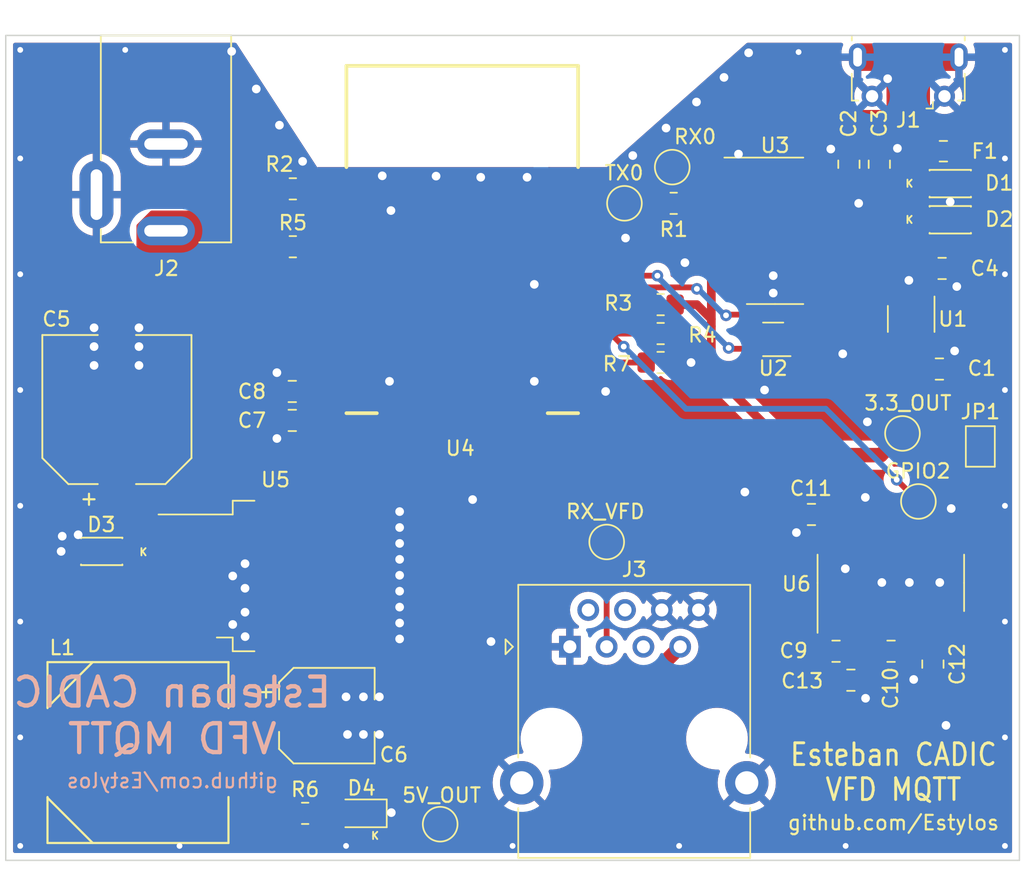
<source format=kicad_pcb>
(kicad_pcb (version 20211014) (generator pcbnew)
  (title_block (title "VFD MQTT") (date "05-09-2022") (rev "1") (company "Esteban CADIC"))
  (layers (0 "F.Cu" signal) (31 "B.Cu" signal) (34 "B.Paste" user) (35 "F.Paste" user) (36 "B.SilkS" user "B.Silkscreen") (37 "F.SilkS" user "F.Silkscreen") (38 "B.Mask" user) (39 "F.Mask" user) (44 "Edge.Cuts" user))
  (net 0 "")
  (net 1 "+3.3V")
  (net 2 "GND")
  (net 3 "Net-(C4-Pad1)")
  (net 4 "+12V")
  (net 5 "+5V")
  (net 6 "Net-(C9-Pad1)")
  (net 7 "Net-(C9-Pad2)")
  (net 8 "Net-(C10-Pad1)")
  (net 9 "Net-(C10-Pad2)")
  (net 10 "Net-(C12-Pad1)")
  (net 11 "Net-(C13-Pad1)")
  (net 12 "Net-(D1-Pad2)")
  (net 13 "Net-(D3-Pad1)")
  (net 14 "Net-(D4-Pad2)")
  (net 15 "VBUS")
  (net 16 "/D-")
  (net 17 "/D+")
  (net 20 "/RX_VFD")
  (net 23 "/TX0")
  (net 24 "Net-(R1-Pad2)")
  (net 25 "/RST")
  (net 26 "/GPIO0")
  (net 27 "/GPIO2")
  (net 28 "Net-(R5-Pad2)")
  (net 29 "/GPIO15")
  (net 30 "/RX0")
  (net 32 "/RTS")
  (net 33 "/DTR")
  (net 60 "Net-(D2-Pad2)")
  (footprint "PRJ_VFD-MQTT:LED_0805_2012Metric_Pad1.15x1.40mm_HandSolder" (layer "F.Cu") (at 44.45 73.75 180)
    (fp_text reference "D4")
    (fp_text value "LED")
  )
  (footprint "PRJ_VFD-MQTT:C_0805_2012Metric_Pad1.18x1.45mm_HandSolder" (layer "F.Cu") (at 75.6375 53.1 180)
    (fp_text reference "C11")
    (fp_text value "0.1u")
  )
  (footprint "PRJ_VFD-MQTT:ESP-12F" (layer "F.Cu") (at 43.525 46.1)
    (property "Reference" "U")
    (property "Value" "ESP-12F")
    (fp_text reference "U4")
    (fp_text value "ESP-12F")
  )
  (footprint "PRJ_VFD-MQTT:SOD-123FL" (layer "F.Cu") (at 85.225 32.7375)
    (property "Reference" "D")
    (property "Value" "D")
    (fp_text reference "D2")
    (fp_text value "D")
  )
  (footprint "PRJ_VFD-MQTT:Fuse_0805_2012Metric_Pad1.15x1.40mm_HandSolder" (layer "F.Cu") (at 84.75 28)
    (property "Reference" "F")
    (property "Value" "Fuse")
    (fp_text reference "F1")
    (fp_text value "0.5A")
  )
  (footprint "PRJ_VFD-MQTT:SOD-123FL" (layer "F.Cu") (at 26.625 55.65 180)
    (fp_text reference "D3")
    (fp_text value "SK32WA")
  )
  (footprint "PRJ_VFD-MQTT:TestPoint_Pad_D2.0mm" (layer "F.Cu") (at 50 74.5)
    (fp_text reference "TP5" hide)
    (fp_text value "5V_OUT")
  )
  (footprint "PRJ_VFD-MQTT:C_0805_2012Metric_Pad1.18x1.45mm_HandSolder" (layer "F.Cu") (at 39.7875 46.6 180)
    (property "Reference" "C")
    (property "Value" "C")
    (fp_text reference "C7")
    (fp_text value "10u")
  )
  (footprint "PRJ_VFD-MQTT:TestPoint_Pad_D2.0mm" (layer "F.Cu") (at 66.025 29.1)
    (fp_text reference "TP2" hide)
    (fp_text value "RX0")
  )
  (footprint "PRJ_VFD-MQTT:R_0805_2012Metric_Pad1.20x1.40mm_HandSolder" (layer "F.Cu") (at 65.225 42.6 180)
    (property "Reference" "R")
    (property "Value" "R")
    (fp_text reference "R7")
    (fp_text value "10k")
  )
  (footprint "PRJ_VFD-MQTT:R_0805_2012Metric_Pad1.20x1.40mm_HandSolder" (layer "F.Cu") (at 40.675 73.75)
    (fp_text reference "R6")
    (fp_text value "470")
  )
  (footprint "PRJ_VFD-MQTT:C_0805_2012Metric_Pad1.18x1.45mm_HandSolder" (layer "F.Cu") (at 84.6625 36.1)
    (property "Reference" "C")
    (property "Value" "C")
    (fp_text reference "C4")
    (fp_text value "1u")
  )
  (footprint "PRJ_VFD-MQTT:C_0805_2012Metric_Pad1.18x1.45mm_HandSolder" (layer "F.Cu") (at 78.3625 64.55)
    (fp_text reference "C13")
    (fp_text value "0.1u")
  )
  (footprint "PRJ_VFD-MQTT:NINIGI_DC-005" (layer "F.Cu") (at 31.065 31 -90)
    (fp_text reference "J2")
    (fp_text value "DC-005")
  )
  (footprint "PRJ_VFD-MQTT:SOP-16_3.9x9.9mm_P1.27mm" (layer "F.Cu") (at 73.125 33.5)
    (property "Reference" "U")
    (property "Value" "CH340C")
    (fp_text reference "U3")
    (fp_text value "CH340C")
  )
  (footprint "PRJ_VFD-MQTT:R_0805_2012Metric_Pad1.20x1.40mm_HandSolder" (layer "F.Cu") (at 65.225 38.6)
    (property "Reference" "R")
    (property "Value" "R")
    (fp_text reference "R3")
    (fp_text value "10k")
  )
  (footprint "PRJ_VFD-MQTT:TestPoint_Pad_D2.0mm" (layer "F.Cu") (at 61.5 55)
    (fp_text reference "TP6" hide)
    (fp_text value "RX_VFD")
  )
  (footprint "PRJ_VFD-MQTT:C_0805_2012Metric_Pad1.18x1.45mm_HandSolder" (layer "F.Cu") (at 39.7875 44.6)
    (property "Reference" "C")
    (property "Value" "C")
    (fp_text reference "C8")
    (fp_text value "0.1u")
  )
  (footprint "PRJ_VFD-MQTT:C_0805_2012Metric_Pad1.18x1.45mm_HandSolder" (layer "F.Cu") (at 80.325 28.9 90)
    (property "Reference" "C")
    (property "Value" "C")
    (fp_text reference "C3")
    (fp_text value "10u")
  )
  (footprint "PRJ_VFD-MQTT:R_0805_2012Metric_Pad1.20x1.40mm_HandSolder" (layer "F.Cu") (at 39.825 30.6)
    (property "Reference" "R")
    (property "Value" "R")
    (fp_text reference "R2")
    (fp_text value "10k")
  )
  (footprint "PRJ_VFD-MQTT:R_0805_2012Metric_Pad1.20x1.40mm_HandSolder" (layer "F.Cu") (at 66.125 31.6)
    (property "Reference" "R")
    (property "Value" "R")
    (fp_text reference "R1")
    (fp_text value "470")
  )
  (footprint "PRJ_VFD-MQTT:SOD-123FL" (layer "F.Cu") (at 85.225 30.2375)
    (property "Reference" "D")
    (property "Value" "D")
    (fp_text reference "D1")
    (fp_text value "D")
  )
  (footprint "PRJ_VFD-MQTT:CAP_EEEFP1V331AP_G" (layer "F.Cu") (at 27.675 45.85 90)
    (fp_text reference "C5")
    (fp_text value "330u_35V_ESR")
  )
  (footprint "PRJ_VFD-MQTT:USB_Micro-B_Molex-105017-0001" (layer "F.Cu") (at 82.325 22.7375 180)
    (property "Reference" "J")
    (property "Value" "USB_B_Micro")
    (fp_text reference "J1")
    (fp_text value "USB_B_Micro")
  )
  (footprint "PRJ_VFD-MQTT:TestPoint_Pad_D2.0mm" (layer "F.Cu") (at 81.925 47.5)
    (fp_text reference "TP1" hide)
    (fp_text value "3.3_OUT")
  )
  (footprint "PRJ_VFD-MQTT:SOT-23-5_HandSoldering" (layer "F.Cu") (at 82.525 39.5875 -90)
    (property "Reference" "U")
    (property "Value" "ME6211C33M5G")
    (fp_text reference "U1")
    (fp_text value "ME6211C33M5G")
  )
  (footprint "PRJ_VFD-MQTT:C_0805_2012Metric_Pad1.18x1.45mm_HandSolder" (layer "F.Cu") (at 81.1375 62.55 180)
    (fp_text reference "C10")
    (fp_text value "0.1u")
  )
  (footprint "PRJ_VFD-MQTT:SOT-363_SC-70-6_Handsoldering" (layer "F.Cu") (at 72.995 41 180)
    (property "Reference" "U")
    (property "Value" "UMH3NTN")
    (fp_text reference "U2")
    (fp_text value "UMH3NTN")
  )
  (footprint "PRJ_VFD-MQTT:C_0805_2012Metric_Pad1.18x1.45mm_HandSolder" (layer "F.Cu") (at 84.025 63.4375 -90)
    (fp_text reference "C12")
    (fp_text value "0.1u")
  )
  (footprint "PRJ_VFD-MQTT:TestPoint_Pad_D2.0mm" (layer "F.Cu") (at 83.025 52.2)
    (fp_text reference "TP4" hide)
    (fp_text value "GPIO2")
  )
  (footprint "PRJ_VFD-MQTT:SOIC-16_3.9x9.9mm_P1.27mm" (layer "F.Cu") (at 81.12 57.825 90)
    (fp_text reference "U6")
    (fp_text value "MAX3232")
  )
  (footprint "PRJ_VFD-MQTT:RJ45_Ninigi_GE" (layer "F.Cu") (at 69.115 72.4 180)
    (fp_text reference "J3")
    (fp_text value "RJ45_Shielded")
  )
  (footprint "PRJ_VFD-MQTT:R_0805_2012Metric_Pad1.20x1.40mm_HandSolder" (layer "F.Cu") (at 39.825 34.6)
    (property "Reference" "R")
    (property "Value" "R")
    (fp_text reference "R5")
    (fp_text value "10k")
  )
  (footprint "PRJ_VFD-MQTT:C_0805_2012Metric_Pad1.18x1.45mm_HandSolder" (layer "F.Cu") (at 84.475 43.05)
    (property "Reference" "C")
    (property "Value" "C")
    (fp_text reference "C1")
    (fp_text value "1u")
  )
  (footprint "PRJ_VFD-MQTT:TO-263-5_TabPin3" (layer "F.Cu") (at 38.625 57.35)
    (fp_text reference "U5")
    (fp_text value "LM2596S-5")
  )
  (footprint "PRJ_VFD-MQTT:CAP_EEHZK1V101XP_D8" (layer "F.Cu") (at 42.175 67)
    (fp_text reference "C6")
    (fp_text value "100u_35V_ESR")
  )
  (footprint "PRJ_VFD-MQTT:L_SCDS124T-680M-N" (layer "F.Cu") (at 29.1313 69.55)
    (fp_text reference "L1")
    (fp_text value "68u")
  )
  (footprint "PRJ_VFD-MQTT:TestPoint_Pad_D2.0mm" (layer "F.Cu") (at 62.725 31.6)
    (fp_text reference "TP3" hide)
    (fp_text value "TX0")
  )
  (footprint "PRJ_VFD-MQTT:R_0805_2012Metric_Pad1.20x1.40mm_HandSolder" (layer "F.Cu") (at 65.225 40.6)
    (property "Reference" "R")
    (property "Value" "R")
    (fp_text reference "R4")
    (fp_text value "10k")
  )
  (footprint "PRJ_VFD-MQTT:C_0805_2012Metric_Pad1.18x1.45mm_HandSolder" (layer "F.Cu") (at 78.225 28.9 90)
    (property "Reference" "C")
    (property "Value" "C")
    (fp_text reference "C2")
    (fp_text value "0.1u")
  )
  (footprint "PRJ_VFD-MQTT:C_0805_2012Metric_Pad1.18x1.45mm_HandSolder" (layer "F.Cu") (at 77.3375 62.55)
    (fp_text reference "C9")
    (fp_text value "0.1u")
  )
  (footprint "PRJ_VFD-MQTT:SolderJumper-2_P1.3mm_Open_Pad1.0x1.5mm" (layer "F.Cu") (at 87.3 48.4 90)
    (fp_text reference "JP1")
    (fp_text value "5V_JUMPER")
  )
  (gr_rect (start 20 20) (end 90 77) (layer "Edge.Cuts") (width 0.1) (fill none))
  (gr_text "github.com/Estylos" (at 31.5 71.5) (layer "B.SilkS") (effects (font (size 1 1)) (justify mirror)))
  (gr_text "Esteban CADIC\nVFD MQTT" (at 31.5 67) (layer "B.SilkS") (effects (font (size 2 2) (thickness 0.3)) (justify mirror)))
  (gr_text "github.com/Estylos" (at 81.3 74.4) (layer "F.SilkS") (effects (font (size 1 1))))
  (gr_text "Esteban CADIC\nVFD MQTT" (at 81.3 70.9) (layer "F.SilkS") (effects (font (size 1.5 1.3) (thickness 0.2))))
  (segment (start 83.4375 45.9875) (end 81.925 47.5) (width 1) (layer "F.Cu") (net 1))
  (segment (start 74.725 49) (end 74.525 49) (width 0.6) (layer "F.Cu") (net 1))
  (segment (start 40.825 46.6) (end 40.825 44.6) (width 1) (layer "F.Cu") (net 1))
  (segment (start 83.475 40.9375) (end 83.475 43.0125) (width 1) (layer "F.Cu") (net 1))
  (segment (start 37.375 36.05) (end 37.375 36.1) (width 0.6) (layer "F.Cu") (net 1))
  (segment (start 67.524 40.6) (end 68.7245 41.8005) (width 0.6) (layer "F.Cu") (net 1))
  (segment (start 37.375 48.115) (end 37.375 36.1) (width 0.6) (layer "F.Cu") (net 1))
  (segment (start 68.7245 40.0995) (end 68.7245 33.6005) (width 0.6) (layer "F.Cu") (net 1))
  (segment (start 79.925 42.55) (end 79.925 35.85) (width 1) (layer "F.Cu") (net 1))
  (segment (start 66.225 38.6) (end 67.7245 38.6) (width 0.6) (layer "F.Cu") (net 1))
  (segment (start 78.225 29.9375) (end 77.7075 29.9375) (width 1) (layer "F.Cu") (net 1))
  (segment (start 76.675 52.2) (end 76.675 53.1) (width 1) (layer "F.Cu") (net 1))
  (segment (start 69.46 32.865) (end 70.625 32.865) (width 0.6) (layer "F.Cu") (net 1))
  (segment (start 80.425 43.05) (end 79.925 42.55) (width 1) (layer "F.Cu") (net 1))
  (segment (start 83.4375 43.05) (end 83.4375 45.9875) (width 1) (layer "F.Cu") (net 1))
  (segment (start 73.525 49.05) (end 76.675 52.2) (width 1) (layer "F.Cu") (net 1))
  (segment (start 83.475 43.0125) (end 83.4375 43.05) (width 1) (layer "F.Cu") (net 1))
  (segment (start 68.7245 43.1995) (end 68.7245 41.8005) (width 0.6) (layer "F.Cu") (net 1))
  (segment (start 80.425 49) (end 81.925 47.5) (width 1) (layer "F.Cu") (net 1))
  (segment (start 66.225 40.6) (end 67.524 40.6) (width 0.6) (layer "F.Cu") (net 1))
  (segment (start 74.725 49) (end 80.425 49) (width 1) (layer "F.Cu") (net 1))
  (segment (start 77.7075 29.9375) (end 76.825 29.055) (width 1) (layer "F.Cu") (net 1))
  (segment (start 76.675 53.1) (end 76.675 55.35) (width 1) (layer "F.Cu") (net 1))
  (segment (start 74.725 49) (end 65.775 49) (width 1) (layer "F.Cu") (net 1))
  (segment (start 43.225 49) (end 38.26 49) (width 0.6) (layer "F.Cu") (net 1))
  (segment (start 65.775 49) (end 43.225 49) (width 1) (layer "F.Cu") (net 1))
  (segment (start 80.325 35.45) (end 80.325 29.9375) (width 1) (layer "F.Cu") (net 1))
  (segment (start 38.26 49) (end 37.375 48.115) (width 0.6) (layer "F.Cu") (net 1))
  (segment (start 67.7245 38.6) (end 68.7245 39.6) (width 0.6) (layer "F.Cu") (net 1))
  (segment (start 68.7245 33.6005) (end 69.46 32.865) (width 0.6) (layer "F.Cu") (net 1))
  (segment (start 38.825 34.6) (end 37.375 36.05) (width 0.6) (layer "F.Cu") (net 1))
  (segment (start 83.4375 43.05) (end 80.425 43.05) (width 1) (layer "F.Cu") (net 1))
  (segment (start 43.225 49) (end 40.825 46.6) (width 1) (layer "F.Cu") (net 1))
  (segment (start 37.375 32.05) (end 38.825 30.6) (width 0.6) (layer "F.Cu") (net 1))
  (segment (start 74.525 49) (end 68.7245 43.1995) (width 0.6) (layer "F.Cu") (net 1))
  (segment (start 40.825 44.6) (end 43.675 44.6) (width 1) (layer "F.Cu") (net 1))
  (segment (start 80.325 29.9375) (end 78.225 29.9375) (width 1) (layer "F.Cu") (net 1))
  (segment (start 37.375 36.1) (end 37.375 32.05) (width 0.6) (layer "F.Cu") (net 1))
  (segment (start 79.925 35.85) (end 80.325 35.45) (width 1) (layer "F.Cu") (net 1))
  (segment (start 76.825 29.055) (end 75.625 29.055) (width 1) (layer "F.Cu") (net 1))
  (segment (start 68.7245 41.8005) (end 68.7245 40.0995) (width 0.6) (layer "F.Cu") (net 1))
  (segment (start 27.675 41.5) (end 27.675 39.975) (width 0.4) (layer "F.Cu") (net 2))
  (segment (start 47.15 57.35) (end 47.2 57.3) (width 1) (layer "F.Cu") (net 2))
  (segment (start 27.9 41.5) (end 29.2 40.2) (width 0.4) (layer "F.Cu") (net 2))
  (segment (start 46.575 73.75) (end 46.625 73.7) (width 1) (layer "F.Cu") (net 2))
  (segment (start 44.675 67) (end 44.675 66.825) (width 0.4) (layer "F.Cu") (net 2))
  (segment (start 27.675 41.5) (end 29.2 41.5) (width 0.4) (layer "F.Cu") (net 2))
  (segment (start 47.2 56.2) (end 43.15 56.2) (width 0.4) (layer "F.Cu") (net 2))
  (segment (start 81.575 27.8) (end 81.5125 27.8625) (width 1) (layer "F.Cu") (net 2))
  (segment (start 82.367003 36.923365) (end 82.525 37.081362) (width 0.6) (layer "F.Cu") (net 2))
  (segment (start 44.675 67.175) (end 45.8 68.3) (width 0.4) (layer "F.Cu") (net 2))
  (segment (start 85.675 37.35) (end 85.7 37.325) (width 0.6) (layer "F.Cu") (net 2))
  (segment (start 38.75 43.325) (end 38.725 43.3) (width 1) (layer "F.Cu") (net 2))
  (segment (start 38.725 47.85) (end 38.75 47.825) (width 1) (layer "F.Cu") (net 2))
  (segment (start 47.2 60.6) (end 45.25 60.6) (width 0.4) (layer "F.Cu") (net 2))
  (segment (start 44.675 67) (end 44.675 68.275) (width 0.4) (layer "F.Cu") (net 2))
  (segment (start 25 54.5) (end 25 55.625) (width 0.4) (layer "F.Cu") (net 2))
  (segment (start 47.2 58.4) (end 43.05 58.4) (width 0.4) (layer "F.Cu") (net 2))
  (segment (start 46.45 52.9) (end 42 57.35) (width 0.4) (layer "F.Cu") (net 2))
  (segment (start 42 57.35) (end 47.15 57.35) (width 1) (layer "F.Cu") (net 2))
  (segment (start 85.5125 41.8125) (end 85.525 41.8) (width 1) (layer "F.Cu") (net 2))
  (segment (start 79.4 65.775) (end 79.375 65.8) (width 0.6) (layer "F.Cu") (net 2))
  (segment (start 70.6 29.03) (end 70.625 29.055) (width 1) (layer "F.Cu") (net 2))
  (segment (start 44.25 55.1) (end 42 57.35) (width 0.4) (layer "F.Cu") (net 2))
  (segment (start 45.35 54) (end 42 57.35) (width 0.4) (layer "F.Cu") (net 2))
  (segment (start 46.35 61.7) (end 42 57.35) (width 0.4) (layer "F.Cu") (net 2))
  (segment (start 25 55.625) (end 25.025 55.65) (width 0.4) (layer "F.Cu") (net 2))
  (segment (start 44.675 67) (end 44.675 67.225) (width 0.4) (layer "F.Cu") (net 2))
  (segment (start 77.945 56.82) (end 77.975 56.85) (width 1) (layer "F.Cu") (net 2))
  (segment (start 81.025 23.115) (end 80.9 22.99) (width 0.4) (layer "F.Cu") (net 2))
  (segment (start 76.975 27.8505) (end 78.213 27.8505) (width 1) (layer "F.Cu") (net 2))
  (segment (start 45.25 60.6) (end 42 57.35) (width 0.4) (layer "F.Cu") (net 2))
  (segment (start 79.4 64.55) (end 79.4 65.775) (width 0.6) (layer "F.Cu") (net 2))
  (segment (start 70.6 28.2) (end 70.6 29.03) (width 1) (layer "F.Cu") (net 2))
  (segment (start 44.675 66.875) (end 43.5 65.7) (width 0.4) (layer "F.Cu") (net 2))
  (segment (start 85.7 37.325) (end 85.7 36.1) (width 0.6) (layer "F.Cu") (net 2))
  (segment (start 27.675 41.5) (end 27.9 41.5) (width 0.4) (layer "F.Cu") (net 2))
  (segment (start 43.15 56.2) (end 42 57.35) (width 0.4) (layer "F.Cu") (net 2))
  (segment (start 74.6 53.1) (end 74.6 54.35) (width 1) (layer "F.Cu") (net 2))
  (segment (start 27.675 40.075) (end 27.675 41.5) (width 0.4) (layer "F.Cu") (net 2))
  (segment (start 82.525 37.081362) (end 82.525 38.2375) (width 0.6) (layer "F.Cu") (net 2))
  (segment (start 29.2 42.8) (end 27.9 41.5) (width 0.4) (layer "F.Cu") (net 2))
  (segment (start 23.9 54.6) (end 23.975 54.6) (width 0.4) (layer "F.Cu") (net 2))
  (segment (start 47.2 52.9) (end 46.45 52.9) (width 0.4) (layer "F.Cu") (net 2))
  (segment (start 85.5125 43.05) (end 85.5125 41.8125) (width 1) (layer "F.Cu") (net 2))
  (segment (start 44.675 67) (end 44.675 67.175) (width 0.4) (layer "F.Cu") (net 2))
  (segment (start 81.5125 27.8625) (end 80.325 27.8625) (width 1) (layer "F.Cu") (net 2))
  (segment (start 27.675 41.5) (end 27.4 41.5) (width 0.4) (layer "F.Cu") (net 2))
  (segment (start 45.475 73.75) (end 46.575 73.75) (width 1) (layer "F.Cu") (net 2))
  (segment (start 44.675 67) (end 44.675 65.725) (width 0.4) (layer "F.Cu") (net 2))
  (segment (start 27.675 41.5) (end 26.1 41.5) (width 0.4) (layer "F.Cu") (net 2))
  (segment (start 44.675 68.275) (end 44.7 68.3) (width 0.4) (layer "F.Cu") (net 2))
  (segment (start 82.725 64.475) (end 84.025 64.475) (width 0.6) (layer "F.Cu") (net 2))
  (segment (start 47.2 59.5) (end 44.15 59.5) (width 0.4) (layer "F.Cu") (net 2))
  (segment (start 47.2 54) (end 45.35 54) (width 0.4) (layer "F.Cu") (net 2))
  (segment (start 81.025 24.2) (end 81.025 23.115) (width 0.4) (layer "F.Cu") (net 2))
  (segment (start 82.7 64.5) (end 82.725 64.475) (width 0.6) (layer "F.Cu") (net 2))
  (segment (start 59.375 44.6) (end 61.425 44.6) (width 1) (layer "F.Cu") (net 2))
  (segment (start 38.75 44.6) (end 38.75 43.325) (width 1) (layer "F.Cu") (net 2))
  (segment (start 43.05 58.4) (end 42 57.35) (width 0.4) (layer "F.Cu") (net 2))
  (segment (start 81.025 23.013293) (end 81.001707 22.99) (width 0.5) (layer "F.Cu") (net 2))
  (segment (start 44.675 65.725) (end 44.7 65.7) (width 0.4) (layer "F.Cu") (net 2))
  (segment (start 44.15 59.5) (end 42 57.35) (width 0.4) (layer "F.Cu") (net 2))
  (segment (start 32.85 60.75) (end 35.625 60.75) (width 1) (layer "F.Cu") (net 2))
  (segment (start 47.2 61.7) (end 46.35 61.7) (width 0.4) (layer "F.Cu") (net 2))
  (segment (start 44.675 66.825) (end 45.8 65.7) (width 0.4) (layer "F.Cu") (net 2))
  (segment (start 47.2 55.1) (end 44.25 55.1) (width 0.4) (layer "F.Cu") (net 2))
  (segment (start 35.625 60.75) (end 35.675 60.7) (width 1) (layer "F.Cu") (net 2))
  (segment (start 27.4 41.5) (end 26.1 40.2) (width 0.4) (layer "F.Cu") (net 2))
  (segment (start 38.75 47.825) (end 38.75 46.6) (width 1) (layer "F.Cu") (net 2))
  (segment (start 27.4 41.5) (end 26.1 42.8) (width 0.4) (layer "F.Cu") (net 2))
  (segment (start 77.945 55.35) (end 77.945 56.82) (width 1) (layer "F.Cu") (net 2))
  (segment (start 81.001707 22.99) (end 80.9 22.99) (width 0.5) (layer "F.Cu") (net 2))
  (segment (start 44.675 67.225) (end 43.6 68.3) (width 0.4) (layer "F.Cu") (net 2))
  (segment (start 32.85 57.35) (end 35.675 57.35) (width 1) (layer "F.Cu") (net 2))
  (segment (start 66.225 42.6) (end 67.325 42.6) (width 1) (layer "F.Cu") (net 2))
  (segment (start 78.213 27.8505) (end 78.225 27.8625) (width 1) (layer "F.Cu") (net 2))
  (segment (start 44.675 67) (end 44.675 66.875) (width 0.4) (layer "F.Cu") (net 2))
  (via (at 80.9 22.99) (size 1) (drill 0.6) (layers "F.Cu" "B.Cu") (net 2))
  (via (at 70.6 28.2) (size 1) (drill 0.6) (layers "F.Cu" "B.Cu") (net 2))
  (via (at 78 76) (size 0.6) (drill 0.4) (layers "F.Cu" "B.Cu") (net 2))
  (via (at 89 60.5) (size 0.6) (drill 0.4) (layers "F.Cu" "B.Cu") (net 2))
  (via (at 35.675 60.7) (size 1) (drill 0.6) (layers "F.Cu" "B.Cu") (net 2))
  (via (at 35.675 57.35) (size 1) (drill 0.6) (layers "F.Cu" "B.Cu") (net 2))
  (via (at 76.975 27.8505) (size 1) (drill 0.6) (layers "F.Cu" "B.Cu") (net 2))
  (via (at 78.9 31.6) (size 1) (drill 0.6) (layers "F.Cu" "B.Cu") (net 2))
  (via (at 23.9 54.6) (size 1) (drill 0.6) (layers "F.Cu" "B.Cu") (net 2))
  (via (at 21 60.5) (size 0.6) (drill 0.4) (layers "F.Cu" "B.Cu") (net 2))
  (via (at 44.7 68.3) (size 1) (drill 0.6) (layers "F.Cu" "B.Cu") (net 2))
  (via (at 21 52.5) (size 0.6) (drill 0.4) (layers "F.Cu" "B.Cu") (net 2))
  (via (at 21 68.5) (size 0.6) (drill 0.4) (layers "F.Cu" "B.Cu") (net 2))
  (via (at 47.2 61.7) (size 1) (drill 0.6) (layers "F.Cu" "B.Cu") (net 2))
  (via (at 38.9 26.2) (size 1) (drill 0.6) (layers "F.Cu" "B.Cu") (net 2))
  (via (at 82.367003 36.923365) (size 1) (drill 0.6) (layers "F.Cu" "B.Cu") (net 2))
  (via (at 47.2 57.3) (size 1) (drill 0.6) (layers "F.Cu" "B.Cu") (net 2))
  (via (at 74.6 54.35) (size 1) (drill 0.6) (layers "F.Cu" "B.Cu") (net 2))
  (via (at 46.6 32.1) (size 1) (drill 0.6) (layers "F.Cu" "B.Cu") (net 2))
  (via (at 21 76) (size 0.6) (drill 0.4) (layers "F.Cu" "B.Cu") (net 2))
  (via (at 85.29 52.69) (size 1) (drill 0.6) (layers "F.Cu" "B.Cu") (net 2))
  (via (at 32 76) (size 0.6) (drill 0.4) (layers "F.Cu" "B.Cu") (net 2))
  (via (at 44.7 65.7) (size 1) (drill 0.6) (layers "F.Cu" "B.Cu") (net 2))
  (via (at 47.2 56.2) (size 1) (drill 0.6) (layers "F.Cu" "B.Cu") (net 2))
  (via (at 47.2 58.4) (size 1) (drill 0.6) (layers "F.Cu" "B.Cu") (net 2))
  (via (at 47.2 60.6) (size 1) (drill 0.6) (layers "F.Cu" "B.Cu") (net 2))
  (via (at 28.25 21) (size 0.6) (drill 0.4) (layers "F.Cu" "B.Cu") (net 2))
  (via (at 56 29.8) (size 1) (drill 0.6) (layers "F.Cu" "B.Cu") (net 2))
  (via (at 46 29.7) (size 1) (drill 0.6) (layers "F.Cu" "B.Cu") (net 2))
  (via (at 89 76) (size 0.6) (drill 0.4) (layers "F.Cu" "B.Cu") (net 2))
  (via (at 21 28.5) (size 0.6) (drill 0.4) (layers "F.Cu" "B.Cu") (net 2))
  (via (at 26.1 42.8) (size 1) (drill 0.6) (layers "F.Cu" "B.Cu") (net 2))
  (via (at 47.2 59.5) (size 1) (drill 0.6) (layers "F.Cu" "B.Cu") (net 2))
  (via (at 40.5 28.7) (size 1) (drill 0.6) (layers "F.Cu" "B.Cu") (net 2))
  (via (at 67.325 42.6) (size 1) (drill 0.6) (layers "F.Cu" "B.Cu") (net 2))
  (via (at 69.6 22.9) (size 1) (drill 0.6) (layers "F.Cu" "B.Cu") (net 2))
  (via (at 82.4 57.8) (size 1) (drill 0.6) (layers "F.Cu" "B.Cu") (net 2))
  (via (at 36.523176 58.198176) (size 1) (drill 0.6) (layers "F.Cu" "B.Cu") (net 2))
  (via (at 45.8 68.3) (size 1) (drill 0.6) (layers "F.Cu" "B.Cu") (net 2))
  (via (at 84.5 57.8) (size 1) (drill 0.6) (layers "F.Cu" "B.Cu") (net 2))
  (via (at 26.1 40.2) (size 1) (drill 0.6) (layers "F.Cu" "B.Cu") (net 2))
  (via (at 79.36 51.92) (size 1) (drill 0.6) (layers "F.Cu" "B.Cu") (net 2))
  (via (at 52.8 29.8) (size 1) (drill 0.6) (layers "F.Cu" "B.Cu") (net 2))
  (via (at 43.6 68.3) (size 1) (drill 0.6) (layers "F.Cu" "B.Cu") (net 2))
  (via (at 21 36.5) (size 0.6) (drill 0.4) (layers "F.Cu" "B.Cu") (net 2))
  (via (at 61.425 44.6) (size 1) (drill 0.6) (layers "F.Cu" "B.Cu") (net 2))
  (via (at 21 21) (size 0.6) (drill 0.4) (layers "F.Cu" "B.Cu") (net 2))
  (via (at 21 44.5) (size 0.6) (drill 0.4) (layers "F.Cu" "B.Cu") (net 2))
  (via (at 67.7 24.6) (size 1) (drill 0.6) (layers "F.Cu" "B.Cu") (net 2))
  (via (at 55 76) (size 0.6) (drill 0.4) (layers "F.Cu" "B.Cu") (net 2))
  (via (at 71.04 51.55) (size 1) (drill 0.6) (layers "F.Cu" "B.Cu") (net 2))
  (via (at 73 36.6) (size 1) (drill 0.6) (layers "F.Cu" "B.Cu") (net 2))
  (via (at 56.5 37.2) (size 1) (drill 0.6) (layers "F.Cu" "B.Cu") (net 2))
  (via (at 77.975 56.85) (size 1) (drill 0.6) (layers "F.Cu" "B.Cu") (net 2))
  (via (at 26.1 41.5) (size 1) (drill 0.6) (layers "F.Cu" "B.Cu") (net 2))
  (via (at 85.525 41.8) (size 1) (drill 0.6) (layers "F.Cu" "B.Cu") (net 2))
  (via (at 89 68.5) (size 0.6) (drill 0.4) (layers "F.Cu" "B.Cu") (net 2))
  (via (at 23.825 55.65) (size 1) (drill 0.6) (layers "F.Cu" "B.Cu") (net 2))
  (via (at 79.375 65.8) (size 1) (drill 0.6) (layers "F.Cu" "B.Cu") (net 2))
  (via (at 47.2 52.9) (size 1) (drill 0.6) (layers "F.Cu" "B.Cu") (net 2))
  (via (at 53.51 61.88) (size 1) (drill 0.6) (layers "F.Cu" "B.Cu") (net 2))
  (via (at 38.725 43.3) (size 1) (drill 0.6) (layers "F.Cu" "B.Cu") (net 2))
  (via (at 73 37.8) (size 1) (drill 0.6) (layers "F.Cu" "B.Cu") (net 2))
  (via (at 65.6 26.4) (size 1) (drill 0.6) (layers "F.Cu" "B.Cu") (net 2))
  (via (at 85.22 31.5) (size 1) (drill 0.6) (layers "F.Cu" "B.Cu") (net 2))
  (via (at 82.7 64.5) (size 1) (drill 0.6) (layers "F.Cu" "B.Cu") (net 2))
  (via (at 85.675 37.35) (size 1) (drill 0.6) (layers "F.Cu" "B.Cu") (net 2))
  (via (at 56.5 43.9) (size 1) (drill 0.6) (layers "F.Cu" "B.Cu") (net 2))
  (via (at 36.531935 61.539327) (size 1) (drill 0.6) (layers "F.Cu" "B.Cu") (net 2))
  (via (at 63.3 28.3) (size 1) (drill 0.6) (layers "F.Cu" "B.Cu") (net 2))
  (via (at 36.524459 59.853108) (size 1) (drill 0.6) (layers "F.Cu" "B.Cu") (net 2))
  (via (at 47.2 54) (size 1) (drill 0.6) (layers "F.Cu" "B.Cu") (net 2))
  (via (at 45.8 65.7) (size 1) (drill 0.6) (layers "F.Cu" "B.Cu") (net 2))
  (via (at 37.3 23.7) (size 1) (drill 0.6) (layers "F.Cu" "B.Cu") (net 2))
  (via (at 38.725 47.85) (size 1) (drill 0.6) (layers "F.Cu" "B.Cu") (net 2))
  (via (at 29.2 40.2) (size 1) (drill 0.6) (layers "F.Cu" "B.Cu") (net 2))
  (via (at 89 28.5) (size 0.6) (drill 0.4) (layers "F.Cu" "B.Cu") (net 2))
  (via (at 43.5 65.7) (size 1) (drill 0.6) (layers "F.Cu" "B.Cu") (net 2))
  (via (at 84.93 67.67) (size 1) (drill 0.6) (layers "F.Cu" "B.Cu") (net 2))
  (via (at 29.2 42.8) (size 1) (drill 0.6) (layers "F.Cu" "B.Cu") (net 2))
  (via (at 89 21) (size 0.6) (drill 0.4) (layers "F.Cu" "B.Cu") (net 2))
  (via (at 80.5 57.8) (size 1) (drill 0.6) (layers "F.Cu" "B.Cu") (net 2))
  (via (at 66.9 35.7) (size 1) (drill 0.6) (layers "F.Cu" "B.Cu") (net 2))
  (via (at 29.2 41.5) (size 1) (drill 0.6) (layers "F.Cu" "B.Cu") (net 2))
  (via (at 72.4 44.5) (size 1) (drill 0.6) (layers "F.Cu" "B.Cu") (net 2))
  (via (at 46.625 73.7) (size 1) (drill 0.6) (layers "F.Cu" "B.Cu") (net 2))
  (via (at 25 54.5) (size 1) (drill 0.6) (layers "F.Cu" "B.Cu") (net 2))
  (via (at 89 36.5) (size 0.6) (drill 0.4) (layers "F.Cu" "B.Cu") (net 2))
  (via (at 79.5 46.7) (size 1) (drill 0.6) (layers "F.Cu" "B.Cu") (net 2))
  (via (at 49.717221 29.721277) (size 1) (drill 0.6) (layers "F.Cu" "B.Cu") (net 2))
  (via (at 36.525 56.5) (size 1) (drill 0.6) (layers "F.Cu" "B.Cu") (net 2))
  (via (at 43.5 76) (size 0.6) (drill 0.4) (layers "F.Cu" "B.Cu") (net 2))
  (via (at 47.2 55.1) (size 1) (drill 0.6) (layers "F.Cu" "B.Cu") (net 2))
  (via (at 89 52.5) (size 0.6) (drill 0.4) (layers "F.Cu" "B.Cu") (net 2))
  (via (at 71.3 21.2) (size 1) (drill 0.6) (layers "F.Cu" "B.Cu") (net 2))
  (via (at 52.24 52.07) (size 1) (drill 0.6) (layers "F.Cu" "B.Cu") (net 2))
  (via (at 62.8 34) (size 1) (drill 0.6) (layers "F.Cu" "B.Cu") (net 2))
  (via (at 74.75 21.15) (size 0.6) (drill 0.4) (layers "F.Cu" "B.Cu") (net 2))
  (via (at 81.575 27.8) (size 1) (drill 0.6) (layers "F.Cu" "B.Cu") (net 2))
  (via (at 77.8 42) (size 1) (drill 0.6) (layers "F.Cu" "B.Cu") (net 2))
  (via (at 46.5 43.9) (size 1) (drill 0.6) (layers "F.Cu" "B.Cu") (net 2))
  (via (at 89 44.5) (size 0.6) (drill 0.4) (layers "F.Cu" "B.Cu") (net 2))
  (via (at 35.6 21.1) (size 1) (drill 0.6) (layers "F.Cu" "B.Cu") (net 2))
  (via (at 66.5 76) (size 0.6) (drill 0.4) (layers "F.Cu" "B.Cu") (net 2))
  (segment (start 83.625 36.1) (end 83.625 32.7375) (width 1) (layer "F.Cu") (net 3))
  (segment (start 83.625 36.1) (end 83.475 36.25) (width 0.6) (layer "F.Cu") (net 3))
  (segment (start 83.625 36.1) (end 83.55 36.175) (width 1) (layer "F.Cu") (net 3))
  (segment (start 83.625 32.7375) (end 83.625 30.2375) (width 1) (layer "F.Cu") (net 3))
  (segment (start 83.475 36.25) (end 83.475 38.2375) (width 0.6) (layer "F.Cu") (net 3))
  (segment (start 83.475 39.3925) (end 83.2975 39.57) (width 0.6) (layer "F.Cu") (net 3))
  (segment (start 81.7525 39.57) (end 81.575 39.3925) (width 0.6) (layer "F.Cu") (net 3))
  (segment (start 81.575 39.3925) (end 81.575 38.2375) (width 0.6) (layer "F.Cu") (net 3))
  (segment (start 83.2975 39.57) (end 81.7525 39.57) (width 0.6) (layer "F.Cu") (net 3))
  (segment (start 83.475 38.2375) (end 83.475 39.3925) (width 0.6) (layer "F.Cu") (net 3))
  (segment (start 49 62.5) (end 52 65.5) (width 1) (layer "F.Cu") (net 4))
  (segment (start 52 65.5) (end 63.315 65.5) (width 1) (layer "F.Cu") (net 4))
  (segment (start 34.5 51) (end 47.5 51) (width 1) (layer "F.Cu") (net 4))
  (segment (start 49 52.5) (end 49 62.5) (width 1) (layer "F.Cu") (net 4))
  (segment (start 47.5 51) (end 49 52.5) (width 1) (layer "F.Cu") (net 4))
  (segment (start 63.315 65.5) (end 66.575 62.24) (width 1) (layer "F.Cu") (net 4))
  (segment (start 50 74.5) (end 84.8 74.5) (width 1) (layer "F.Cu") (net 5))
  (segment (start 46.8 71.3) (end 38 71.3) (width 1) (layer "F.Cu") (net 5))
  (segment (start 34.525 68.6) (end 34.525 69.55) (width 1) (layer "F.Cu") (net 5))
  (segment (start 84.8 74.5) (end 87.3 72) (width 1) (layer "F.Cu") (net 5))
  (segment (start 87.3 72) (end 87.3 49.05) (width 1) (layer "F.Cu") (net 5))
  (segment (start 50 74.5) (end 46.8 71.3) (width 1) (layer "F.Cu") (net 5))
  (segment (start 76.675 60.3) (end 76.675 62.175) (width 0.4) (layer "F.Cu") (net 6))
  (segment (start 76.675 62.175) (end 76.3 62.55) (width 0.4) (layer "F.Cu") (net 6))
  (segment (start 79.215 60.3) (end 79.215 61.515) (width 0.4) (layer "F.Cu") (net 7))
  (segment (start 79.215 61.515) (end 78.375 62.355) (width 0.4) (layer "F.Cu") (net 7))
  (segment (start 78.375 62.355) (end 78.375 62.55) (width 0.4) (layer "F.Cu") (net 7))
  (segment (start 81.755 60.3) (end 81.755 62.13) (width 0.4) (layer "F.Cu") (net 8))
  (segment (start 81.755 62.13) (end 82.175 62.55) (width 0.4) (layer "F.Cu") (net 8))
  (segment (start 80.485 60.3) (end 80.485 62.165) (width 0.4) (layer "F.Cu") (net 9))
  (segment (start 80.485 62.165) (end 80.1 62.55) (width 0.4) (layer "F.Cu") (net 9))
  (segment (start 83.025 61.4) (end 84.025 62.4) (width 0.4) (layer "F.Cu") (net 10))
  (segment (start 83.025 60.3) (end 83.025 61.4) (width 0.4) (layer "F.Cu") (net 10))
  (segment (start 77.945 60.3) (end 77.945 61.135) (width 0.4) (layer "F.Cu") (net 11))
  (segment (start 77.945 61.135) (end 77.35 61.73) (width 0.4) (layer "F.Cu") (net 11))
  (segment (start 77.35 61.73) (end 77.35 64.525) (width 0.4) (layer "F.Cu") (net 11))
  (segment (start 77.35 64.525) (end 77.325 64.55) (width 0.4) (layer "F.Cu") (net 11))
  (segment (start 85.775 29.1875) (end 86.825 30.2375) (width 1) (layer "F.Cu") (net 12))
  (segment (start 85.775 28) (end 85.775 29.1875) (width 1) (layer "F.Cu") (net 12))
  (segment (start 41.675 73.75) (end 43.425 73.75) (width 1) (layer "F.Cu") (net 14))
  (segment (start 83.625 24.2) (end 83.625 27.9) (width 0.4) (layer "F.Cu") (net 15))
  (segment (start 83.625 27.9) (end 83.725 28) (width 0.4) (layer "F.Cu") (net 15))
  (segment (start 82.975 25.55) (end 82.125 26.4) (width 0.4) (layer "F.Cu") (net 16))
  (segment (start 72.92 35.405) (end 70.625 35.405) (width 0.4) (layer "F.Cu") (net 16))
  (segment (start 74.075 34.25) (end 72.92 35.405) (width 0.4) (layer "F.Cu") (net 16))
  (segment (start 74.075 28.81304) (end 74.075 34.25) (width 0.4) (layer "F.Cu") (net 16))
  (segment (start 82.125 26.4) (end 76.48804 26.4) (width 0.4) (layer "F.Cu") (net 16))
  (segment (start 76.48804 26.4) (end 74.075 28.81304) (width 0.4) (layer "F.Cu") (net 16))
  (segment (start 82.975 24.2) (end 82.975 25.55) (width 0.4) (layer "F.Cu") (net 16))
  (segment (start 70.66 34.1) (end 70.625 34.135) (width 0.4) (layer "F.Cu") (net 17))
  (segment (start 73.125 28.375734) (end 73.125 33.2) (width 0.4) (layer "F.Cu") (net 17))
  (segment (start 73.125 33.2) (end 72.225 34.1) (width 0.4) (layer "F.Cu") (net 17))
  (segment (start 82.325 24.2) (end 82.325 25.245) (width 0.4) (layer "F.Cu") (net 17))
  (segment (start 72.225 34.1) (end 70.66 34.1) (width 0.4) (layer "F.Cu") (net 17))
  (segment (start 76.150734 25.35) (end 73.125 28.375734) (width 0.4) (layer "F.Cu") (net 17))
  (segment (start 82.325 25.245) (end 82.22 25.35) (width 0.4) (layer "F.Cu") (net 17))
  (segment (start 82.22 25.35) (end 76.150734 25.35) (width 0.4) (layer "F.Cu") (net 17))
  (segment (start 79.215 57.285) (end 78.5 58) (width 0.4) (layer "F.Cu") (net 20))
  (segment (start 71.5 58) (end 68.5 55) (width 0.4) (layer "F.Cu") (net 20))
  (segment (start 68.5 55) (end 61.5 55) (width 0.4) (layer "F.Cu") (net 20))
  (segment (start 78.5 58) (end 71.5 58) (width 0.4) (layer "F.Cu") (net 20))
  (segment (start 61.495 62.24) (end 61.495 55.005) (width 0.4) (layer "F.Cu") (net 20))
  (segment (start 61.495 55.005) (end 61.5 55) (width 0.4) (layer "F.Cu") (net 20))
  (segment (start 79.215 55.35) (end 79.215 57.285) (width 0.4) (layer "F.Cu") (net 20))
  (segment (start 61.725 30.6) (end 62.725 31.6) (width 0.4) (layer "F.Cu") (net 23))
  (segment (start 62.725 31.6) (end 65.125 31.6) (width 0.4) (layer "F.Cu") (net 23))
  (segment (start 59.375 30.6) (end 61.725 30.6) (width 0.4) (layer "F.Cu") (net 23))
  (segment (start 67.125 31.6) (end 70.62 31.6) (width 0.4) (layer "F.Cu") (net 24))
  (segment (start 70.62 31.6) (end 70.625 31.595) (width 0.4) (layer "F.Cu") (net 24))
  (segment (start 54.525 35.6) (end 49.825 30.9) (width 0.4) (layer "F.Cu") (net 25))
  (segment (start 61.43 35.6) (end 54.525 35.6) (width 0.4) (layer "F.Cu") (net 25))
  (segment (start 43.675 30.6) (end 40.825 30.6) (width 0.4) (layer "F.Cu") (net 25))
  (segment (start 69.92 41.59) (end 69.98 41.65) (width 0.4) (layer "F.Cu") (net 25))
  (segment (start 49.825 30.9) (end 43.975 30.9) (width 0.4) (layer "F.Cu") (net 25))
  (segment (start 69.98 41.65) (end 71.665 41.65) (width 0.4) (layer "F.Cu") (net 25))
  (segment (start 62.4305 36.6005) (end 61.43 35.6) (width 0.4) (layer "F.Cu") (net 25))
  (segment (start 65 36.6005) (end 62.4305 36.6005) (width 0.4) (layer "F.Cu") (net 25))
  (segment (start 43.975 30.9) (end 43.675 30.6) (width 0.4) (layer "F.Cu") (net 25))
  (via (at 65 36.6005) (size 0.8) (drill 0.4) (layers "F.Cu" "B.Cu") (net 25))
  (via (at 69.92 41.59) (size 0.8) (drill 0.4) (layers "F.Cu" "B.Cu") (net 25))
  (segment (start 69.92 41.59) (end 69.914 41.59) (width 0.4) (layer "B.Cu") (net 25))
  (segment (start 65 36.676) (end 65 36.6005) (width 0.4) (layer "B.Cu") (net 25))
  (segment (start 69.914 41.59) (end 65 36.676) (width 0.4) (layer "B.Cu") (net 25))
  (segment (start 61.625 38.6) (end 59.375 38.6) (width 0.4) (layer "F.Cu") (net 26))
  (segment (start 62.8145 37.4105) (end 61.625 38.6) (width 0.4) (layer "F.Cu") (net 26))
  (segment (start 67.6255 37.4105) (end 62.8145 37.4105) (width 0.4) (layer "F.Cu") (net 26))
  (segment (start 69.74 39.34) (end 69.788984 39.291016) (width 0.4) (layer "F.Cu") (net 26))
  (segment (start 69.788984 39.291016) (end 73.825 39.291016) (width 0.4) (layer "F.Cu") (net 26))
  (segment (start 74.325 39.791016) (end 74.325 40.35) (width 0.4) (layer "F.Cu") (net 26))
  (segment (start 64.225 38.6) (end 61.625 38.6) (width 0.4) (layer "F.Cu") (net 26))
  (segment (start 73.825 39.291016) (end 74.325 39.791016) (width 0.4) (layer "F.Cu") (net 26))
  (segment (start 67.725 37.51) (end 67.6255 37.4105) (width 0.4) (layer "F.Cu") (net 26))
  (via (at 69.74 39.34) (size 0.8) (drill 0.4) (layers "F.Cu" "B.Cu") (net 26))
  (via (at 67.725 37.51) (size 0.8) (drill 0.4) (layers "F.Cu" "B.Cu") (net 26))
  (segment (start 69.74 39.34) (end 69.64 39.34) (width 0.4) (layer "B.Cu") (net 26))
  (segment (start 67.81 37.51) (end 67.725 37.51) (width 0.4) (layer "B.Cu") (net 26))
  (segment (start 69.64 39.34) (end 67.81 37.51) (width 0.4) (layer "B.Cu") (net 26))
  (segment (start 61.775 40.6) (end 62.675 41.5) (width 0.4) (layer "F.Cu") (net 27))
  (segment (start 59.375 40.6) (end 61.775 40.6) (width 0.4) (layer "F.Cu") (net 27))
  (segment (start 61.775 40.6) (end 64.225 40.6) (width 0.4) (layer "F.Cu") (net 27))
  (segment (start 81.525 50.7) (end 83.025 52.2) (width 0.4) (layer "F.Cu") (net 27))
  (segment (start 83.025 52.2) (end 83.025 55.35) (width 0.4) (layer "F.Cu") (net 27))
  (via (at 81.525 50.7) (size 0.8) (drill 0.4) (layers "F.Cu" "B.Cu") (net 27))
  (via (at 62.675 41.5) (size 0.8) (drill 0.4) (layers "F.Cu" "B.Cu") (net 27))
  (segment (start 76.625 45.8) (end 81.525 50.7) (width 0.4) (layer "B.Cu") (net 27))
  (segment (start 66.975 45.8) (end 76.625 45.8) (width 0.4) (layer "B.Cu") (net 27))
  (segment (start 62.675 41.5) (end 66.975 45.8) (width 0.4) (layer "B.Cu") (net 27))
  (segment (start 43.675 34.6) (end 40.825 34.6) (width 0.4) (layer "F.Cu") (net 28))
  (segment (start 59.375 42.6) (end 64.225 42.6) (width 0.4) (layer "F.Cu") (net 29))
  (segment (start 57.025 29.8) (end 57.525 29.3) (width 0.4) (layer "F.Cu") (net 30))
  (segment (start 59.375 32.6) (end 57.925 32.6) (width 0.4) (layer "F.Cu") (net 30))
  (segment (start 65.825 29.3) (end 66.025 29.1) (width 0.4) (layer "F.Cu") (net 30))
  (segment (start 68.65 30.325) (end 70.625 30.325) (width 0.4) (layer "F.Cu") (net 30))
  (segment (start 57.525 29.3) (end 65.825 29.3) (width 0.4) (layer "F.Cu") (net 30))
  (segment (start 57.025 31.7) (end 57.025 29.8) (width 0.4) (layer "F.Cu") (net 30))
  (segment (start 57.925 32.6) (end 57.025 31.7) (width 0.4) (layer "F.Cu") (net 30))
  (segment (start 66.025 29.1) (end 67.425 29.1) (width 0.4) (layer "F.Cu") (net 30))
  (segment (start 67.425 29.1) (end 68.65 30.325) (width 0.4) (layer "F.Cu") (net 30))
  (segment (start 76.617107 32.15) (end 77.975 32.15) (width 0.4) (layer "F.Cu") (net 32))
  (segment (start 77.975 32.15) (end 78.575 32.75) (width 0.4) (layer "F.Cu") (net 32))
  (segment (start 73.217894 41.65) (end 74.325 41.65) (width 0.3) (layer "F.Cu") (net 32))
  (segment (start 72.567894 41) (end 73.217894 41.65) (width 0.3) (layer "F.Cu") (net 32))
  (segment (start 71.665 41) (end 72.567894 41) (width 0.3) (layer "F.Cu") (net 32))
  (segment (start 76.062107 31.595) (end 76.617107 32.15) (width 0.4) (layer "F.Cu") (net 32))
  (segment (start 75.625 31.595) (end 76.062107 31.595) (width 0.4) (layer "F.Cu") (net 32))
  (segment (start 78.575 32.75) (end 78.575 38.85) (width 0.4) (layer "F.Cu") (net 32))
  (segment (start 78.575 38.85) (end 75.775 41.65) (width 0.4) (layer "F.Cu") (net 32))
  (segment (start 75.775 41.65) (end 74.325 41.65) (width 0.4) (layer "F.Cu") (net 32))
  (segment (start 77.49 32.865) (end 77.825 33.2) (width 0.4) (layer "F.Cu") (net 33))
  (segment (start 74.325 41) (end 73.47 41) (width 0.3) (layer "F.Cu") (net 33))
  (segment (start 75.375 41) (end 74.325 41) (width 0.4) (layer "F.Cu") (net 33))
  (segment (start 73.47 41) (end 72.82 40.35) (width 0.3) (layer "F.Cu") (net 33))
  (segment (start 72.82 40.35) (end 71.665 40.35) (width 0.3) (layer "F.Cu") (net 33))
  (segment (start 75.625 32.865) (end 77.49 32.865) (width 0.4) (layer "F.Cu") (net 33))
  (segment (start 77.825 33.2) (end 77.825 38.55) (width 0.4) (layer "F.Cu") (net 33))
  (segment (start 77.825 38.55) (end 75.375 41) (width 0.4) (layer "F.Cu") (net 33))
  (segment (start 87.3 33.2125) (end 86.825 32.7375) (width 1) (layer "F.Cu") (net 60))
  (segment (start 87.3 47.75) (end 87.3 33.2125) (width 1) (layer "F.Cu") (net 60))
  (zone (net 0) (net_name "") (layers F&B.Cu) (connect_pads yes (clearance 0)) (min_thickness 0.254)
    (keepout (tracks not_allowed) (vias not_allowed) (pads not_allowed) (copperpour not_allowed) (footprints not_allowed))
    (fill (thermal_gap 0.508) (thermal_bridge_width 0.508))
    (polygon (pts (xy 41.51 29.12) (xy 35.9 20.5) (xy 41.6 20.500001)))
  )
  (zone (net 13) (net_name "Net-(D3-Pad1)") (layer "F.Cu") (priority 1) (connect_pads yes (clearance 0.508)) (min_thickness 0.254) (fill yes (thermal_gap 0.508) (thermal_bridge_width 0.508) (smoothing chamfer) (radius 1))
    (polygon (pts (xy 29.525 55.133018) (xy 35.15 55.1) (xy 35.15 56.2) (xy 30.55 56.2) (xy 27.425 59.2) (xy 27.425 63.1) (xy 28.825 63.1) (xy 28.820006 75.450006) (xy 21.834676 75.445664) (xy 21.8439 72.3059) (xy 21.8439 66.7941) (xy 21.825 56.7) (xy 26.625 56.7) (xy 26.625 54.2) (xy 29.525 54.2)))
  )
  (zone (net 5) (net_name "+5V") (layer "F.Cu") (priority 1) (connect_pads yes (clearance 0.508)) (min_thickness 0.254) (fill yes (thermal_gap 0.508) (thermal_bridge_width 0.508) (smoothing chamfer) (radius 1))
    (polygon (pts (xy 35.15 59.601468) (xy 30.025 59.601468) (xy 30.025 63.1) (xy 36.425 63.101468) (xy 42.025 63.1) (xy 42.025 71.7) (xy 40.625 71.7) (xy 40.624929 75.450214) (xy 29.424929 75.451682) (xy 29.425 63.301468) (xy 28.825 63.301468) (xy 28.825 59.6) (xy 28.825 58.5) (xy 30.55 58.501468) (xy 35.15 58.501468)))
  )
  (zone (net 4) (net_name "+12V") (layer "F.Cu") (priority 1) (connect_pads yes (clearance 0.508)) (min_thickness 0.254) (fill yes (thermal_gap 0.508) (thermal_bridge_width 0.508) (smoothing chamfer) (radius 1))
    (polygon (pts (xy 35.175 54.5) (xy 30.025 54.5) (xy 30.025 53.45) (xy 21.925 53.45) (xy 21.925 45.85) (xy 30.125 45.85) (xy 30.125 36.85) (xy 29.025 36.85) (xy 29.025 32.1) (xy 35.175 32.1)))
  )
  (zone (net 0) (net_name "") (layers F&B.Cu) (connect_pads yes (clearance 0)) (min_thickness 0.254)
    (keepout (tracks not_allowed) (vias not_allowed) (pads not_allowed) (copperpour not_allowed) (footprints not_allowed))
    (fill (thermal_gap 0.508) (thermal_bridge_width 0.508))
    (polygon (pts (xy 61.5 29.1) (xy 61.5 29) (xy 61.4 20.5) (xy 71.2 20.5)))
  )
  (zone (net 2) (net_name "GND") (layer "F.Cu") (connect_pads (clearance 0.508)) (min_thickness 0.254) (fill yes (thermal_gap 0.508) (thermal_bridge_width 0.508))
    (polygon (pts (xy 89.5 76.5) (xy 20.5 76.5) (xy 20.5 20.5) (xy 89.5 20.5)))
  )
  (zone (net 2) (net_name "GND") (layer "B.Cu") (connect_pads (clearance 0.508)) (min_thickness 0.254) (fill yes (thermal_gap 0.508) (thermal_bridge_width 0.508))
    (polygon (pts (xy 89.5 76.5) (xy 20.5 76.5) (xy 20.5 20.5) (xy 89.5 20.5)))
  )
)
</source>
